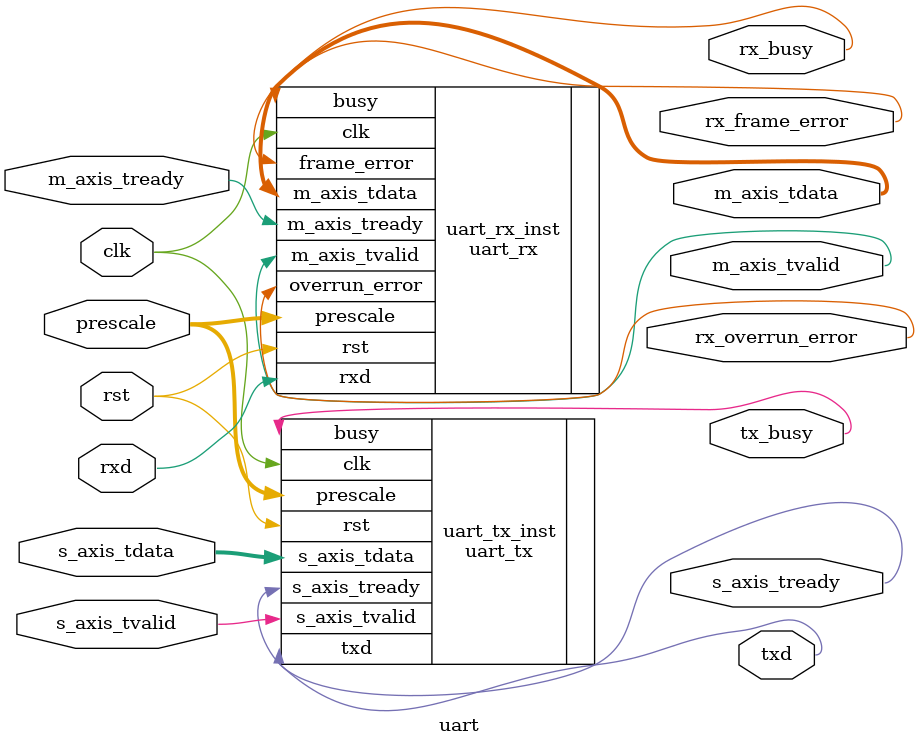
<source format=v>
`timescale 1ns / 1ps
`default_nettype none
/*

Copyright (c) 2014-2017 Alex Forencich

Permission is hereby granted, free of charge, to any person obtaining a copy
of this software and associated documentation files (the "Software"), to deal
in the Software without restriction, including without limitation the rights
to use, copy, modify, merge, publish, distribute, sublicense, and/or sell
copies of the Software, and to permit persons to whom the Software is
furnished to do so, subject to the following conditions:

The above copyright notice and this permission notice shall be included in
all copies or substantial portions of the Software.

THE SOFTWARE IS PROVIDED "AS IS", WITHOUT WARRANTY OF ANY KIND, EXPRESS OR
IMPLIED, INCLUDING BUT NOT LIMITED TO THE WARRANTIES OF MERCHANTABILITY
FITNESS FOR A PARTICULAR PURPOSE AND NONINFRINGEMENT. IN NO EVENT SHALL THE
AUTHORS OR COPYRIGHT HOLDERS BE LIABLE FOR ANY CLAIM, DAMAGES OR OTHER
LIABILITY, WHETHER IN AN ACTION OF CONTRACT, TORT OR OTHERWISE, ARISING FROM,
OUT OF OR IN CONNECTION WITH THE SOFTWARE OR THE USE OR OTHER DEALINGS IN
THE SOFTWARE.

*/

// Language: Verilog 2001

`timescale 1ns / 1ps

/*
 * AXI4-Stream UART
 */
module uart #
(
    parameter DATA_WIDTH = 8
)
(
    input  wire                   clk,
    input  wire                   rst,

    /*
     * AXI input
     */
    input  wire [DATA_WIDTH-1:0]  s_axis_tdata,
    input  wire                   s_axis_tvalid,
    output wire                   s_axis_tready,

    /*
     * AXI output
     */
    output wire [DATA_WIDTH-1:0]  m_axis_tdata,
    output wire                   m_axis_tvalid,
    input  wire                   m_axis_tready,

    /*
     * UART interface
     */
    input  wire                   rxd,
    output wire                   txd,

    /*
     * Status
     */
    output wire                   tx_busy,
    output wire                   rx_busy,
    output wire                   rx_overrun_error,
    output wire                   rx_frame_error,

    /*
     * Configuration
     */
    input  wire [15:0]            prescale

);

uart_tx #(
    .DATA_WIDTH(DATA_WIDTH)
)
uart_tx_inst (
    .clk(clk),
    .rst(rst),
    // axi input
    .s_axis_tdata(s_axis_tdata),
    .s_axis_tvalid(s_axis_tvalid),
    .s_axis_tready(s_axis_tready),
    // output
    .txd(txd),
    // status
    .busy(tx_busy),
    // configuration
    .prescale(prescale)
);

uart_rx #(
    .DATA_WIDTH(DATA_WIDTH)
)
uart_rx_inst (
    .clk(clk),
    .rst(rst),
    // axi output
    .m_axis_tdata(m_axis_tdata),
    .m_axis_tvalid(m_axis_tvalid),
    .m_axis_tready(m_axis_tready),
    // input
    .rxd(rxd),
    // status
    .busy(rx_busy),
    .overrun_error(rx_overrun_error),
    .frame_error(rx_frame_error),
    // configuration
    .prescale(prescale)
);

endmodule

</source>
